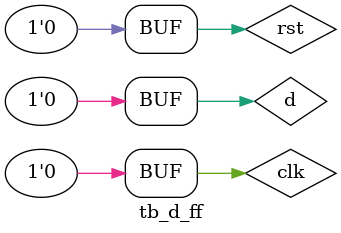
<source format=v>
`include "d_ff.v"

module tb_d_ff;

reg  d,clk, rst;
wire q;

d_ff dff (q, d, clk, rst); 
//Always at rising edge of clock display the signals
always @(posedge clk or negedge clk)begin
$display($time,"d=%b, clk=%b, rst=%b, q=%b\n", d, clk, rst, q);
end
//Module to generate clock with period 10 time units
initial 
begin
clk=0;
#5
clk=1;
#5
clk=0;
#5
clk=1;
#5
clk=0;
#5
clk=1;
#5
clk=0;
#5
clk=1;
#5
clk=0;
#5
clk=1;
#5
clk=0;
#5
clk=1;
#5
clk=0;
#5
clk=1;
#5
clk=0;
#5
clk=1;
#5
clk=0;
#5
clk=1;
#5
clk=0;
#5
clk=1;
#5
clk=0;
#5
clk=1;
#5
clk=0;
#5
clk=1;
#5
clk=0;
#5
clk=1;
#5
clk=0;
#5
clk=1;
#5
clk=0;
#5
clk=1;
#5
clk=0;
#5
clk=1;
#5
clk=0;
#5
clk=1;
#5
clk=0;
#5
clk=1;
#5
clk=0;
#5
clk=1;
#5
clk=0;
#5
clk=1;
#5
clk=0;
#5
clk=1;
#5
clk=0;
#5
clk=1;
#5
clk=0;
#5
clk=1;
#5
clk=0;
#5
clk=1;
#5
clk=0;
#5
clk=1;
#5
clk=0;
#5
clk=1;
#5
clk=0;
#5
clk=1;
#5
clk=0;
#5
clk=1;
#5
clk=0;
#5
clk=1;
#5
clk=0;
#5
clk=1;
#5
clk=0;
#5
clk=1;
#5
clk=0;
#5
clk=1;
#5
clk=0;
#5
clk=1;
#5
clk=0;
#5
clk=1;
#5
clk=0;
#5
clk=1;
#5
clk=0;
#5
clk=1;
#5
clk=0;
#5
clk=1;
#5
clk=0;
#5
clk=1;
#5
clk=0;
#5
clk=1;
#5
clk=0;
#5
clk=1;
#5
clk=0;
#5
clk=1;
#5
clk=0;
#5
clk=1;
#5
clk=0;
#5
clk=1;
#5
clk=0;
#5
clk=1;
#5
clk=0;
#5
clk=1;
#5
clk=0;
#5
clk=1;
#5
clk=0;
end

initial begin
d=0; rst=1;
#4
d=1; rst=0;
#50
d=1; rst=1;
#20
d=0; rst=0;
end
endmodule
</source>
